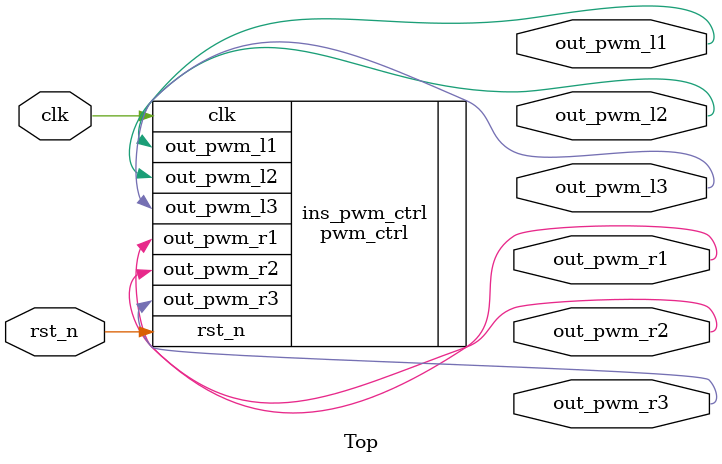
<source format=v>
`timescale 1ns / 1ps

//          Left      |      Right
//  LDX-227 <- pwm_l1 | pwm_r1 -> LDX-227
//  LDX-218 <- pwm_l2 | pwm_r2 -> LDX-218
//  LDX-218 <- pwm_l3 | pwm_r3 -> LDX-218

module Top(clk,rst_n,out_pwm_l1,out_pwm_l2,out_pwm_l3,out_pwm_r1,out_pwm_r2,out_pwm_r3);
input clk,rst_n;
//input RS232_rx;
//output RS232_tx;
//output [7:0] LED;
//output [7:0] data;
//output [3:0] sel;
output wire out_pwm_l1,out_pwm_l2,out_pwm_l3,out_pwm_r1,out_pwm_r2,out_pwm_r3;

//Bluetooth Module
/*UART_top Bluetooth(
.clk(clk),
.rst_n(rst_n),
.RS232_rx(RS232_rx),
.RS232_tx(RS232_tx)
);*/

pwm_ctrl ins_pwm_ctrl(
.clk(clk),
.rst_n(rst_n),
.out_pwm_l1(out_pwm_l1),
.out_pwm_l2(out_pwm_l2),
.out_pwm_l3(out_pwm_l3),
.out_pwm_r1(out_pwm_r1),
.out_pwm_r2(out_pwm_r2),
.out_pwm_r3(out_pwm_r3));

endmodule

</source>
